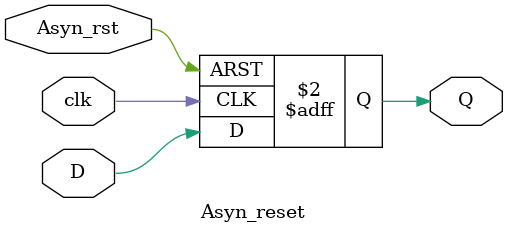
<source format=v>
module Asyn_reset(input clk,Asyn_rst,D,output reg Q);

always@(posedge clk,posedge Asyn_rst)begin
	if(Asyn_rst)
		Q <= 1'b0;
	else
		Q <= D;

end

endmodule

</source>
